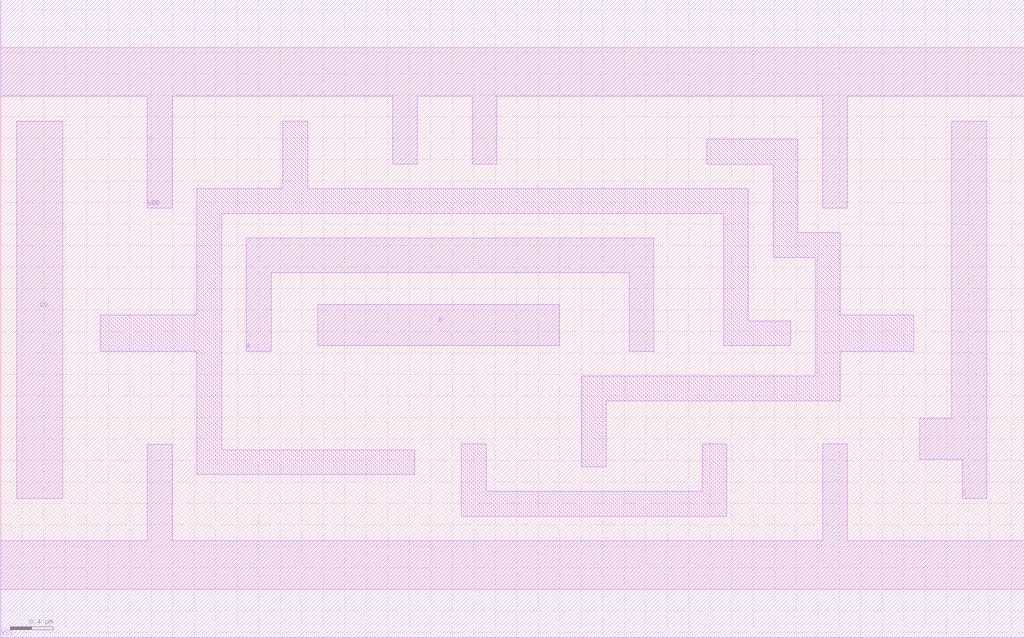
<source format=lef>
# Copyright 2022 GlobalFoundries PDK Authors
#
# Licensed under the Apache License, Version 2.0 (the "License");
# you may not use this file except in compliance with the License.
# You may obtain a copy of the License at
#
#      http://www.apache.org/licenses/LICENSE-2.0
#
# Unless required by applicable law or agreed to in writing, software
# distributed under the License is distributed on an "AS IS" BASIS,
# WITHOUT WARRANTIES OR CONDITIONS OF ANY KIND, either express or implied.
# See the License for the specific language governing permissions and
# limitations under the License.

MACRO gf180mcu_fd_sc_mcu9t5v0__addh_1
  CLASS core ;
  FOREIGN gf180mcu_fd_sc_mcu9t5v0__addh_1 0.0 0.0 ;
  ORIGIN 0 0 ;
  SYMMETRY X Y ;
  SITE GF018hv5v_green_sc9 ;
  SIZE 9.52 BY 5.04 ;
  PIN A
    DIRECTION INPUT ;
    ANTENNAGATEAREA 1.707 ;
    PORT
      LAYER METAL1 ;
        POLYGON 2.285 2.215 2.515 2.215 2.515 2.95 5.845 2.95 5.845 2.215 6.075 2.215 6.075 3.27 2.285 3.27  ;
    END
  END A
  PIN B
    DIRECTION INPUT ;
    ANTENNAGATEAREA 1.707 ;
    PORT
      LAYER METAL1 ;
        POLYGON 2.95 2.27 5.195 2.27 5.195 2.65 2.95 2.65  ;
    END
  END B
  PIN CO
    DIRECTION OUTPUT ;
    ANTENNADIFFAREA 1.386 ;
    PORT
      LAYER METAL1 ;
        POLYGON 0.15 0.845 0.575 0.845 0.575 4.36 0.15 4.36  ;
    END
  END CO
  PIN S
    DIRECTION OUTPUT ;
    ANTENNADIFFAREA 1.386 ;
    PORT
      LAYER METAL1 ;
        POLYGON 8.55 1.21 8.945 1.21 8.945 0.845 9.175 0.845 9.175 4.36 8.845 4.36 8.845 1.59 8.55 1.59  ;
    END
  END S
  PIN VDD
    DIRECTION INOUT ;
    USE power ;
    SHAPE ABUTMENT ;
    PORT
      LAYER METAL1 ;
        POLYGON 0 4.59 1.365 4.59 1.365 3.55 1.595 3.55 1.595 4.59 3.645 4.59 3.645 3.96 3.875 3.96 3.875 4.59 4.385 4.59 4.385 3.96 4.615 3.96 4.615 4.59 7.645 4.59 7.645 3.55 7.875 3.55 7.875 4.59 8.495 4.59 9.52 4.59 9.52 5.49 8.495 5.49 0 5.49  ;
    END
  END VDD
  PIN VSS
    DIRECTION INOUT ;
    USE ground ;
    SHAPE ABUTMENT ;
    PORT
      LAYER METAL1 ;
        POLYGON 0 -0.45 9.52 -0.45 9.52 0.45 7.875 0.45 7.875 1.355 7.645 1.355 7.645 0.45 1.595 0.45 1.595 1.35 1.365 1.35 1.365 0.45 0 0.45  ;
    END
  END VSS
  OBS
      LAYER METAL1 ;
        POLYGON 4.285 0.68 6.755 0.68 6.755 1.355 6.525 1.355 6.525 0.91 4.515 0.91 4.515 1.355 4.285 1.355  ;
        POLYGON 2.055 3.5 6.725 3.5 6.725 2.27 7.35 2.27 7.35 2.5 6.955 2.5 6.955 3.73 2.855 3.73 2.855 4.36 2.625 4.36 2.625 3.73 1.825 3.73 1.825 2.555 0.925 2.555 0.925 2.215 1.825 2.215 1.825 1.07 3.85 1.07 3.85 1.3 2.055 1.3  ;
        POLYGON 6.57 3.96 7.185 3.96 7.185 3.09 7.58 3.09 7.58 1.985 5.405 1.985 5.405 1.14 5.635 1.14 5.635 1.755 7.81 1.755 7.81 2.215 8.495 2.215 8.495 2.555 7.81 2.555 7.81 3.32 7.415 3.32 7.415 4.19 6.57 4.19  ;
  END
END gf180mcu_fd_sc_mcu9t5v0__addh_1

</source>
